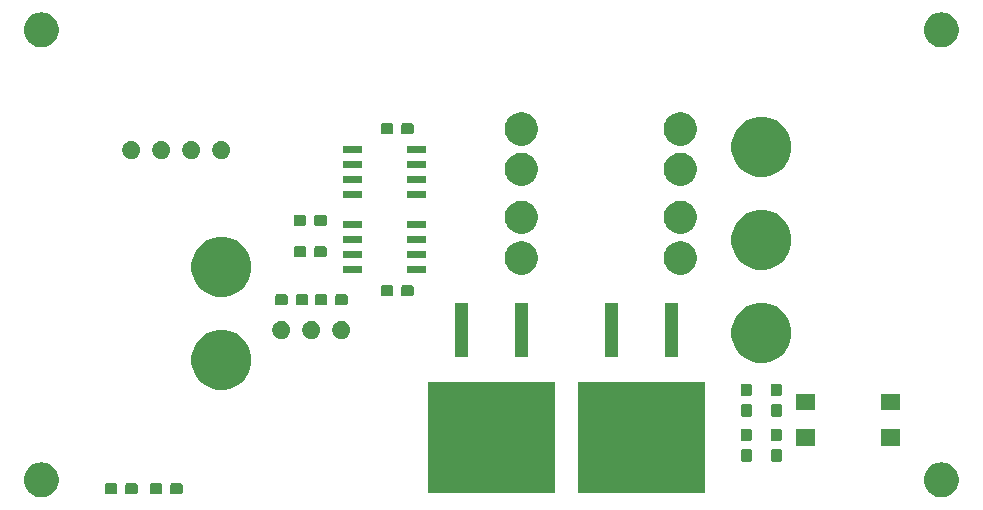
<source format=gbr>
G04 #@! TF.GenerationSoftware,KiCad,Pcbnew,(5.0.2)-1*
G04 #@! TF.CreationDate,2019-12-13T17:07:51-06:00*
G04 #@! TF.ProjectId,Arm-EStop_Hardware,41726d2d-4553-4746-9f70-5f4861726477,rev?*
G04 #@! TF.SameCoordinates,Original*
G04 #@! TF.FileFunction,Soldermask,Top*
G04 #@! TF.FilePolarity,Negative*
%FSLAX46Y46*%
G04 Gerber Fmt 4.6, Leading zero omitted, Abs format (unit mm)*
G04 Created by KiCad (PCBNEW (5.0.2)-1) date 12/13/2019 5:07:51 PM*
%MOMM*%
%LPD*%
G01*
G04 APERTURE LIST*
%ADD10C,0.100000*%
G04 APERTURE END LIST*
D10*
G36*
X218656253Y-128080953D02*
X218869717Y-128123414D01*
X219137822Y-128234467D01*
X219137823Y-128234468D01*
X219379113Y-128395693D01*
X219584307Y-128600887D01*
X219584309Y-128600890D01*
X219745533Y-128842178D01*
X219856586Y-129110283D01*
X219913200Y-129394902D01*
X219913200Y-129685098D01*
X219856586Y-129969717D01*
X219745533Y-130237822D01*
X219745532Y-130237823D01*
X219584307Y-130479113D01*
X219379113Y-130684307D01*
X219379110Y-130684309D01*
X219137822Y-130845533D01*
X218869717Y-130956586D01*
X218656253Y-130999047D01*
X218585099Y-131013200D01*
X218294901Y-131013200D01*
X218223747Y-130999047D01*
X218010283Y-130956586D01*
X217742178Y-130845533D01*
X217500890Y-130684309D01*
X217500887Y-130684307D01*
X217295693Y-130479113D01*
X217134468Y-130237823D01*
X217134467Y-130237822D01*
X217023414Y-129969717D01*
X216966800Y-129685098D01*
X216966800Y-129394902D01*
X217023414Y-129110283D01*
X217134467Y-128842178D01*
X217295691Y-128600890D01*
X217295693Y-128600887D01*
X217500887Y-128395693D01*
X217742177Y-128234468D01*
X217742178Y-128234467D01*
X218010283Y-128123414D01*
X218223747Y-128080953D01*
X218294901Y-128066800D01*
X218585099Y-128066800D01*
X218656253Y-128080953D01*
X218656253Y-128080953D01*
G37*
G36*
X142456253Y-128080953D02*
X142669717Y-128123414D01*
X142937822Y-128234467D01*
X142937823Y-128234468D01*
X143179113Y-128395693D01*
X143384307Y-128600887D01*
X143384309Y-128600890D01*
X143545533Y-128842178D01*
X143656586Y-129110283D01*
X143713200Y-129394902D01*
X143713200Y-129685098D01*
X143656586Y-129969717D01*
X143545533Y-130237822D01*
X143545532Y-130237823D01*
X143384307Y-130479113D01*
X143179113Y-130684307D01*
X143179110Y-130684309D01*
X142937822Y-130845533D01*
X142669717Y-130956586D01*
X142456253Y-130999047D01*
X142385099Y-131013200D01*
X142094901Y-131013200D01*
X142023747Y-130999047D01*
X141810283Y-130956586D01*
X141542178Y-130845533D01*
X141300890Y-130684309D01*
X141300887Y-130684307D01*
X141095693Y-130479113D01*
X140934468Y-130237823D01*
X140934467Y-130237822D01*
X140823414Y-129969717D01*
X140766800Y-129685098D01*
X140766800Y-129394902D01*
X140823414Y-129110283D01*
X140934467Y-128842178D01*
X141095691Y-128600890D01*
X141095693Y-128600887D01*
X141300887Y-128395693D01*
X141542177Y-128234468D01*
X141542178Y-128234467D01*
X141810283Y-128123414D01*
X142023747Y-128080953D01*
X142094901Y-128066800D01*
X142385099Y-128066800D01*
X142456253Y-128080953D01*
X142456253Y-128080953D01*
G37*
G36*
X154054024Y-129830955D02*
X154086736Y-129840879D01*
X154116890Y-129856997D01*
X154143316Y-129878684D01*
X154165003Y-129905110D01*
X154181121Y-129935264D01*
X154191045Y-129967976D01*
X154195000Y-130008138D01*
X154195000Y-130595862D01*
X154191045Y-130636024D01*
X154181121Y-130668736D01*
X154165003Y-130698890D01*
X154143316Y-130725316D01*
X154116890Y-130747003D01*
X154086736Y-130763121D01*
X154054024Y-130773045D01*
X154013862Y-130777000D01*
X153326138Y-130777000D01*
X153285976Y-130773045D01*
X153253264Y-130763121D01*
X153223110Y-130747003D01*
X153196684Y-130725316D01*
X153174997Y-130698890D01*
X153158879Y-130668736D01*
X153148955Y-130636024D01*
X153145000Y-130595862D01*
X153145000Y-130008138D01*
X153148955Y-129967976D01*
X153158879Y-129935264D01*
X153174997Y-129905110D01*
X153196684Y-129878684D01*
X153223110Y-129856997D01*
X153253264Y-129840879D01*
X153285976Y-129830955D01*
X153326138Y-129827000D01*
X154013862Y-129827000D01*
X154054024Y-129830955D01*
X154054024Y-129830955D01*
G37*
G36*
X148494024Y-129830955D02*
X148526736Y-129840879D01*
X148556890Y-129856997D01*
X148583316Y-129878684D01*
X148605003Y-129905110D01*
X148621121Y-129935264D01*
X148631045Y-129967976D01*
X148635000Y-130008138D01*
X148635000Y-130595862D01*
X148631045Y-130636024D01*
X148621121Y-130668736D01*
X148605003Y-130698890D01*
X148583316Y-130725316D01*
X148556890Y-130747003D01*
X148526736Y-130763121D01*
X148494024Y-130773045D01*
X148453862Y-130777000D01*
X147766138Y-130777000D01*
X147725976Y-130773045D01*
X147693264Y-130763121D01*
X147663110Y-130747003D01*
X147636684Y-130725316D01*
X147614997Y-130698890D01*
X147598879Y-130668736D01*
X147588955Y-130636024D01*
X147585000Y-130595862D01*
X147585000Y-130008138D01*
X147588955Y-129967976D01*
X147598879Y-129935264D01*
X147614997Y-129905110D01*
X147636684Y-129878684D01*
X147663110Y-129856997D01*
X147693264Y-129840879D01*
X147725976Y-129830955D01*
X147766138Y-129827000D01*
X148453862Y-129827000D01*
X148494024Y-129830955D01*
X148494024Y-129830955D01*
G37*
G36*
X150244024Y-129830955D02*
X150276736Y-129840879D01*
X150306890Y-129856997D01*
X150333316Y-129878684D01*
X150355003Y-129905110D01*
X150371121Y-129935264D01*
X150381045Y-129967976D01*
X150385000Y-130008138D01*
X150385000Y-130595862D01*
X150381045Y-130636024D01*
X150371121Y-130668736D01*
X150355003Y-130698890D01*
X150333316Y-130725316D01*
X150306890Y-130747003D01*
X150276736Y-130763121D01*
X150244024Y-130773045D01*
X150203862Y-130777000D01*
X149516138Y-130777000D01*
X149475976Y-130773045D01*
X149443264Y-130763121D01*
X149413110Y-130747003D01*
X149386684Y-130725316D01*
X149364997Y-130698890D01*
X149348879Y-130668736D01*
X149338955Y-130636024D01*
X149335000Y-130595862D01*
X149335000Y-130008138D01*
X149338955Y-129967976D01*
X149348879Y-129935264D01*
X149364997Y-129905110D01*
X149386684Y-129878684D01*
X149413110Y-129856997D01*
X149443264Y-129840879D01*
X149475976Y-129830955D01*
X149516138Y-129827000D01*
X150203862Y-129827000D01*
X150244024Y-129830955D01*
X150244024Y-129830955D01*
G37*
G36*
X152304024Y-129830955D02*
X152336736Y-129840879D01*
X152366890Y-129856997D01*
X152393316Y-129878684D01*
X152415003Y-129905110D01*
X152431121Y-129935264D01*
X152441045Y-129967976D01*
X152445000Y-130008138D01*
X152445000Y-130595862D01*
X152441045Y-130636024D01*
X152431121Y-130668736D01*
X152415003Y-130698890D01*
X152393316Y-130725316D01*
X152366890Y-130747003D01*
X152336736Y-130763121D01*
X152304024Y-130773045D01*
X152263862Y-130777000D01*
X151576138Y-130777000D01*
X151535976Y-130773045D01*
X151503264Y-130763121D01*
X151473110Y-130747003D01*
X151446684Y-130725316D01*
X151424997Y-130698890D01*
X151408879Y-130668736D01*
X151398955Y-130636024D01*
X151395000Y-130595862D01*
X151395000Y-130008138D01*
X151398955Y-129967976D01*
X151408879Y-129935264D01*
X151424997Y-129905110D01*
X151446684Y-129878684D01*
X151473110Y-129856997D01*
X151503264Y-129840879D01*
X151535976Y-129830955D01*
X151576138Y-129827000D01*
X152263862Y-129827000D01*
X152304024Y-129830955D01*
X152304024Y-129830955D01*
G37*
G36*
X185740000Y-130690000D02*
X174940000Y-130690000D01*
X174940000Y-121290000D01*
X185740000Y-121290000D01*
X185740000Y-130690000D01*
X185740000Y-130690000D01*
G37*
G36*
X198440000Y-130690000D02*
X187640000Y-130690000D01*
X187640000Y-121290000D01*
X198440000Y-121290000D01*
X198440000Y-130690000D01*
X198440000Y-130690000D01*
G37*
G36*
X202264024Y-126958955D02*
X202296736Y-126968879D01*
X202326890Y-126984997D01*
X202353316Y-127006684D01*
X202375003Y-127033110D01*
X202391121Y-127063264D01*
X202401045Y-127095976D01*
X202405000Y-127136138D01*
X202405000Y-127823862D01*
X202401045Y-127864024D01*
X202391121Y-127896736D01*
X202375003Y-127926890D01*
X202353316Y-127953316D01*
X202326890Y-127975003D01*
X202296736Y-127991121D01*
X202264024Y-128001045D01*
X202223862Y-128005000D01*
X201636138Y-128005000D01*
X201595976Y-128001045D01*
X201563264Y-127991121D01*
X201533110Y-127975003D01*
X201506684Y-127953316D01*
X201484997Y-127926890D01*
X201468879Y-127896736D01*
X201458955Y-127864024D01*
X201455000Y-127823862D01*
X201455000Y-127136138D01*
X201458955Y-127095976D01*
X201468879Y-127063264D01*
X201484997Y-127033110D01*
X201506684Y-127006684D01*
X201533110Y-126984997D01*
X201563264Y-126968879D01*
X201595976Y-126958955D01*
X201636138Y-126955000D01*
X202223862Y-126955000D01*
X202264024Y-126958955D01*
X202264024Y-126958955D01*
G37*
G36*
X204804024Y-126958955D02*
X204836736Y-126968879D01*
X204866890Y-126984997D01*
X204893316Y-127006684D01*
X204915003Y-127033110D01*
X204931121Y-127063264D01*
X204941045Y-127095976D01*
X204945000Y-127136138D01*
X204945000Y-127823862D01*
X204941045Y-127864024D01*
X204931121Y-127896736D01*
X204915003Y-127926890D01*
X204893316Y-127953316D01*
X204866890Y-127975003D01*
X204836736Y-127991121D01*
X204804024Y-128001045D01*
X204763862Y-128005000D01*
X204176138Y-128005000D01*
X204135976Y-128001045D01*
X204103264Y-127991121D01*
X204073110Y-127975003D01*
X204046684Y-127953316D01*
X204024997Y-127926890D01*
X204008879Y-127896736D01*
X203998955Y-127864024D01*
X203995000Y-127823862D01*
X203995000Y-127136138D01*
X203998955Y-127095976D01*
X204008879Y-127063264D01*
X204024997Y-127033110D01*
X204046684Y-127006684D01*
X204073110Y-126984997D01*
X204103264Y-126968879D01*
X204135976Y-126958955D01*
X204176138Y-126955000D01*
X204763862Y-126955000D01*
X204804024Y-126958955D01*
X204804024Y-126958955D01*
G37*
G36*
X207766000Y-126660000D02*
X206166000Y-126660000D01*
X206166000Y-125260000D01*
X207766000Y-125260000D01*
X207766000Y-126660000D01*
X207766000Y-126660000D01*
G37*
G36*
X214966000Y-126660000D02*
X213366000Y-126660000D01*
X213366000Y-125260000D01*
X214966000Y-125260000D01*
X214966000Y-126660000D01*
X214966000Y-126660000D01*
G37*
G36*
X202264024Y-125208955D02*
X202296736Y-125218879D01*
X202326890Y-125234997D01*
X202353316Y-125256684D01*
X202375003Y-125283110D01*
X202391121Y-125313264D01*
X202401045Y-125345976D01*
X202405000Y-125386138D01*
X202405000Y-126073862D01*
X202401045Y-126114024D01*
X202391121Y-126146736D01*
X202375003Y-126176890D01*
X202353316Y-126203316D01*
X202326890Y-126225003D01*
X202296736Y-126241121D01*
X202264024Y-126251045D01*
X202223862Y-126255000D01*
X201636138Y-126255000D01*
X201595976Y-126251045D01*
X201563264Y-126241121D01*
X201533110Y-126225003D01*
X201506684Y-126203316D01*
X201484997Y-126176890D01*
X201468879Y-126146736D01*
X201458955Y-126114024D01*
X201455000Y-126073862D01*
X201455000Y-125386138D01*
X201458955Y-125345976D01*
X201468879Y-125313264D01*
X201484997Y-125283110D01*
X201506684Y-125256684D01*
X201533110Y-125234997D01*
X201563264Y-125218879D01*
X201595976Y-125208955D01*
X201636138Y-125205000D01*
X202223862Y-125205000D01*
X202264024Y-125208955D01*
X202264024Y-125208955D01*
G37*
G36*
X204804024Y-125208955D02*
X204836736Y-125218879D01*
X204866890Y-125234997D01*
X204893316Y-125256684D01*
X204915003Y-125283110D01*
X204931121Y-125313264D01*
X204941045Y-125345976D01*
X204945000Y-125386138D01*
X204945000Y-126073862D01*
X204941045Y-126114024D01*
X204931121Y-126146736D01*
X204915003Y-126176890D01*
X204893316Y-126203316D01*
X204866890Y-126225003D01*
X204836736Y-126241121D01*
X204804024Y-126251045D01*
X204763862Y-126255000D01*
X204176138Y-126255000D01*
X204135976Y-126251045D01*
X204103264Y-126241121D01*
X204073110Y-126225003D01*
X204046684Y-126203316D01*
X204024997Y-126176890D01*
X204008879Y-126146736D01*
X203998955Y-126114024D01*
X203995000Y-126073862D01*
X203995000Y-125386138D01*
X203998955Y-125345976D01*
X204008879Y-125313264D01*
X204024997Y-125283110D01*
X204046684Y-125256684D01*
X204073110Y-125234997D01*
X204103264Y-125218879D01*
X204135976Y-125208955D01*
X204176138Y-125205000D01*
X204763862Y-125205000D01*
X204804024Y-125208955D01*
X204804024Y-125208955D01*
G37*
G36*
X204804024Y-123148955D02*
X204836736Y-123158879D01*
X204866890Y-123174997D01*
X204893316Y-123196684D01*
X204915003Y-123223110D01*
X204931121Y-123253264D01*
X204941045Y-123285976D01*
X204945000Y-123326138D01*
X204945000Y-124013862D01*
X204941045Y-124054024D01*
X204931121Y-124086736D01*
X204915003Y-124116890D01*
X204893316Y-124143316D01*
X204866890Y-124165003D01*
X204836736Y-124181121D01*
X204804024Y-124191045D01*
X204763862Y-124195000D01*
X204176138Y-124195000D01*
X204135976Y-124191045D01*
X204103264Y-124181121D01*
X204073110Y-124165003D01*
X204046684Y-124143316D01*
X204024997Y-124116890D01*
X204008879Y-124086736D01*
X203998955Y-124054024D01*
X203995000Y-124013862D01*
X203995000Y-123326138D01*
X203998955Y-123285976D01*
X204008879Y-123253264D01*
X204024997Y-123223110D01*
X204046684Y-123196684D01*
X204073110Y-123174997D01*
X204103264Y-123158879D01*
X204135976Y-123148955D01*
X204176138Y-123145000D01*
X204763862Y-123145000D01*
X204804024Y-123148955D01*
X204804024Y-123148955D01*
G37*
G36*
X202264024Y-123148955D02*
X202296736Y-123158879D01*
X202326890Y-123174997D01*
X202353316Y-123196684D01*
X202375003Y-123223110D01*
X202391121Y-123253264D01*
X202401045Y-123285976D01*
X202405000Y-123326138D01*
X202405000Y-124013862D01*
X202401045Y-124054024D01*
X202391121Y-124086736D01*
X202375003Y-124116890D01*
X202353316Y-124143316D01*
X202326890Y-124165003D01*
X202296736Y-124181121D01*
X202264024Y-124191045D01*
X202223862Y-124195000D01*
X201636138Y-124195000D01*
X201595976Y-124191045D01*
X201563264Y-124181121D01*
X201533110Y-124165003D01*
X201506684Y-124143316D01*
X201484997Y-124116890D01*
X201468879Y-124086736D01*
X201458955Y-124054024D01*
X201455000Y-124013862D01*
X201455000Y-123326138D01*
X201458955Y-123285976D01*
X201468879Y-123253264D01*
X201484997Y-123223110D01*
X201506684Y-123196684D01*
X201533110Y-123174997D01*
X201563264Y-123158879D01*
X201595976Y-123148955D01*
X201636138Y-123145000D01*
X202223862Y-123145000D01*
X202264024Y-123148955D01*
X202264024Y-123148955D01*
G37*
G36*
X207766000Y-123660000D02*
X206166000Y-123660000D01*
X206166000Y-122260000D01*
X207766000Y-122260000D01*
X207766000Y-123660000D01*
X207766000Y-123660000D01*
G37*
G36*
X214966000Y-123660000D02*
X213366000Y-123660000D01*
X213366000Y-122260000D01*
X214966000Y-122260000D01*
X214966000Y-123660000D01*
X214966000Y-123660000D01*
G37*
G36*
X204804024Y-121398955D02*
X204836736Y-121408879D01*
X204866890Y-121424997D01*
X204893316Y-121446684D01*
X204915003Y-121473110D01*
X204931121Y-121503264D01*
X204941045Y-121535976D01*
X204945000Y-121576138D01*
X204945000Y-122263862D01*
X204941045Y-122304024D01*
X204931121Y-122336736D01*
X204915003Y-122366890D01*
X204893316Y-122393316D01*
X204866890Y-122415003D01*
X204836736Y-122431121D01*
X204804024Y-122441045D01*
X204763862Y-122445000D01*
X204176138Y-122445000D01*
X204135976Y-122441045D01*
X204103264Y-122431121D01*
X204073110Y-122415003D01*
X204046684Y-122393316D01*
X204024997Y-122366890D01*
X204008879Y-122336736D01*
X203998955Y-122304024D01*
X203995000Y-122263862D01*
X203995000Y-121576138D01*
X203998955Y-121535976D01*
X204008879Y-121503264D01*
X204024997Y-121473110D01*
X204046684Y-121446684D01*
X204073110Y-121424997D01*
X204103264Y-121408879D01*
X204135976Y-121398955D01*
X204176138Y-121395000D01*
X204763862Y-121395000D01*
X204804024Y-121398955D01*
X204804024Y-121398955D01*
G37*
G36*
X202264024Y-121398955D02*
X202296736Y-121408879D01*
X202326890Y-121424997D01*
X202353316Y-121446684D01*
X202375003Y-121473110D01*
X202391121Y-121503264D01*
X202401045Y-121535976D01*
X202405000Y-121576138D01*
X202405000Y-122263862D01*
X202401045Y-122304024D01*
X202391121Y-122336736D01*
X202375003Y-122366890D01*
X202353316Y-122393316D01*
X202326890Y-122415003D01*
X202296736Y-122431121D01*
X202264024Y-122441045D01*
X202223862Y-122445000D01*
X201636138Y-122445000D01*
X201595976Y-122441045D01*
X201563264Y-122431121D01*
X201533110Y-122415003D01*
X201506684Y-122393316D01*
X201484997Y-122366890D01*
X201468879Y-122336736D01*
X201458955Y-122304024D01*
X201455000Y-122263862D01*
X201455000Y-121576138D01*
X201458955Y-121535976D01*
X201468879Y-121503264D01*
X201484997Y-121473110D01*
X201506684Y-121446684D01*
X201533110Y-121424997D01*
X201563264Y-121408879D01*
X201595976Y-121398955D01*
X201636138Y-121395000D01*
X202223862Y-121395000D01*
X202264024Y-121398955D01*
X202264024Y-121398955D01*
G37*
G36*
X158220890Y-116937610D02*
X158683140Y-117129080D01*
X159099159Y-117407055D01*
X159452945Y-117760841D01*
X159730920Y-118176860D01*
X159922390Y-118639110D01*
X160020000Y-119129830D01*
X160020000Y-119630170D01*
X159922390Y-120120890D01*
X159730920Y-120583140D01*
X159452945Y-120999159D01*
X159099159Y-121352945D01*
X158683140Y-121630920D01*
X158220890Y-121822390D01*
X157730170Y-121920000D01*
X157229830Y-121920000D01*
X156739110Y-121822390D01*
X156276860Y-121630920D01*
X155860841Y-121352945D01*
X155507055Y-120999159D01*
X155229080Y-120583140D01*
X155037610Y-120120890D01*
X154940000Y-119630170D01*
X154940000Y-119129830D01*
X155037610Y-118639110D01*
X155229080Y-118176860D01*
X155507055Y-117760841D01*
X155860841Y-117407055D01*
X156276860Y-117129080D01*
X156739110Y-116937610D01*
X157229830Y-116840000D01*
X157730170Y-116840000D01*
X158220890Y-116937610D01*
X158220890Y-116937610D01*
G37*
G36*
X203940890Y-114651610D02*
X204403140Y-114843080D01*
X204819159Y-115121055D01*
X205172945Y-115474841D01*
X205450920Y-115890860D01*
X205642390Y-116353110D01*
X205740000Y-116843830D01*
X205740000Y-117344170D01*
X205642390Y-117834890D01*
X205450920Y-118297140D01*
X205172945Y-118713159D01*
X204819159Y-119066945D01*
X204403140Y-119344920D01*
X203940890Y-119536390D01*
X203450170Y-119634000D01*
X202949830Y-119634000D01*
X202459110Y-119536390D01*
X201996860Y-119344920D01*
X201580841Y-119066945D01*
X201227055Y-118713159D01*
X200949080Y-118297140D01*
X200757610Y-117834890D01*
X200660000Y-117344170D01*
X200660000Y-116843830D01*
X200757610Y-116353110D01*
X200949080Y-115890860D01*
X201227055Y-115474841D01*
X201580841Y-115121055D01*
X201996860Y-114843080D01*
X202459110Y-114651610D01*
X202949830Y-114554000D01*
X203450170Y-114554000D01*
X203940890Y-114651610D01*
X203940890Y-114651610D01*
G37*
G36*
X183430000Y-119140000D02*
X182330000Y-119140000D01*
X182330000Y-114540000D01*
X183430000Y-114540000D01*
X183430000Y-119140000D01*
X183430000Y-119140000D01*
G37*
G36*
X191050000Y-119140000D02*
X189950000Y-119140000D01*
X189950000Y-114540000D01*
X191050000Y-114540000D01*
X191050000Y-119140000D01*
X191050000Y-119140000D01*
G37*
G36*
X178350000Y-119140000D02*
X177250000Y-119140000D01*
X177250000Y-114540000D01*
X178350000Y-114540000D01*
X178350000Y-119140000D01*
X178350000Y-119140000D01*
G37*
G36*
X196130000Y-119140000D02*
X195030000Y-119140000D01*
X195030000Y-114540000D01*
X196130000Y-114540000D01*
X196130000Y-119140000D01*
X196130000Y-119140000D01*
G37*
G36*
X167813195Y-116097522D02*
X167862267Y-116107283D01*
X168000942Y-116164724D01*
X168125750Y-116248118D01*
X168231882Y-116354250D01*
X168315276Y-116479058D01*
X168372717Y-116617734D01*
X168402000Y-116764948D01*
X168402000Y-116915052D01*
X168372717Y-117062266D01*
X168315276Y-117200942D01*
X168231882Y-117325750D01*
X168125750Y-117431882D01*
X168125747Y-117431884D01*
X168000942Y-117515276D01*
X167862267Y-117572717D01*
X167813195Y-117582478D01*
X167715052Y-117602000D01*
X167564948Y-117602000D01*
X167466805Y-117582478D01*
X167417733Y-117572717D01*
X167279058Y-117515276D01*
X167154253Y-117431884D01*
X167154250Y-117431882D01*
X167048118Y-117325750D01*
X166964724Y-117200942D01*
X166907283Y-117062266D01*
X166878000Y-116915052D01*
X166878000Y-116764948D01*
X166907283Y-116617734D01*
X166964724Y-116479058D01*
X167048118Y-116354250D01*
X167154250Y-116248118D01*
X167279058Y-116164724D01*
X167417733Y-116107283D01*
X167466805Y-116097522D01*
X167564948Y-116078000D01*
X167715052Y-116078000D01*
X167813195Y-116097522D01*
X167813195Y-116097522D01*
G37*
G36*
X162733195Y-116097522D02*
X162782267Y-116107283D01*
X162920942Y-116164724D01*
X163045750Y-116248118D01*
X163151882Y-116354250D01*
X163235276Y-116479058D01*
X163292717Y-116617734D01*
X163322000Y-116764948D01*
X163322000Y-116915052D01*
X163292717Y-117062266D01*
X163235276Y-117200942D01*
X163151882Y-117325750D01*
X163045750Y-117431882D01*
X163045747Y-117431884D01*
X162920942Y-117515276D01*
X162782267Y-117572717D01*
X162733195Y-117582478D01*
X162635052Y-117602000D01*
X162484948Y-117602000D01*
X162386805Y-117582478D01*
X162337733Y-117572717D01*
X162199058Y-117515276D01*
X162074253Y-117431884D01*
X162074250Y-117431882D01*
X161968118Y-117325750D01*
X161884724Y-117200942D01*
X161827283Y-117062266D01*
X161798000Y-116915052D01*
X161798000Y-116764948D01*
X161827283Y-116617734D01*
X161884724Y-116479058D01*
X161968118Y-116354250D01*
X162074250Y-116248118D01*
X162199058Y-116164724D01*
X162337733Y-116107283D01*
X162386805Y-116097522D01*
X162484948Y-116078000D01*
X162635052Y-116078000D01*
X162733195Y-116097522D01*
X162733195Y-116097522D01*
G37*
G36*
X165273195Y-116097522D02*
X165322267Y-116107283D01*
X165460942Y-116164724D01*
X165585750Y-116248118D01*
X165691882Y-116354250D01*
X165775276Y-116479058D01*
X165832717Y-116617734D01*
X165862000Y-116764948D01*
X165862000Y-116915052D01*
X165832717Y-117062266D01*
X165775276Y-117200942D01*
X165691882Y-117325750D01*
X165585750Y-117431882D01*
X165585747Y-117431884D01*
X165460942Y-117515276D01*
X165322267Y-117572717D01*
X165273195Y-117582478D01*
X165175052Y-117602000D01*
X165024948Y-117602000D01*
X164926805Y-117582478D01*
X164877733Y-117572717D01*
X164739058Y-117515276D01*
X164614253Y-117431884D01*
X164614250Y-117431882D01*
X164508118Y-117325750D01*
X164424724Y-117200942D01*
X164367283Y-117062266D01*
X164338000Y-116915052D01*
X164338000Y-116764948D01*
X164367283Y-116617734D01*
X164424724Y-116479058D01*
X164508118Y-116354250D01*
X164614250Y-116248118D01*
X164739058Y-116164724D01*
X164877733Y-116107283D01*
X164926805Y-116097522D01*
X165024948Y-116078000D01*
X165175052Y-116078000D01*
X165273195Y-116097522D01*
X165273195Y-116097522D01*
G37*
G36*
X162944024Y-113828955D02*
X162976736Y-113838879D01*
X163006890Y-113854997D01*
X163033316Y-113876684D01*
X163055003Y-113903110D01*
X163071121Y-113933264D01*
X163081045Y-113965976D01*
X163085000Y-114006138D01*
X163085000Y-114593862D01*
X163081045Y-114634024D01*
X163071121Y-114666736D01*
X163055003Y-114696890D01*
X163033316Y-114723316D01*
X163006890Y-114745003D01*
X162976736Y-114761121D01*
X162944024Y-114771045D01*
X162903862Y-114775000D01*
X162216138Y-114775000D01*
X162175976Y-114771045D01*
X162143264Y-114761121D01*
X162113110Y-114745003D01*
X162086684Y-114723316D01*
X162064997Y-114696890D01*
X162048879Y-114666736D01*
X162038955Y-114634024D01*
X162035000Y-114593862D01*
X162035000Y-114006138D01*
X162038955Y-113965976D01*
X162048879Y-113933264D01*
X162064997Y-113903110D01*
X162086684Y-113876684D01*
X162113110Y-113854997D01*
X162143264Y-113838879D01*
X162175976Y-113828955D01*
X162216138Y-113825000D01*
X162903862Y-113825000D01*
X162944024Y-113828955D01*
X162944024Y-113828955D01*
G37*
G36*
X164694024Y-113828955D02*
X164726736Y-113838879D01*
X164756890Y-113854997D01*
X164783316Y-113876684D01*
X164805003Y-113903110D01*
X164821121Y-113933264D01*
X164831045Y-113965976D01*
X164835000Y-114006138D01*
X164835000Y-114593862D01*
X164831045Y-114634024D01*
X164821121Y-114666736D01*
X164805003Y-114696890D01*
X164783316Y-114723316D01*
X164756890Y-114745003D01*
X164726736Y-114761121D01*
X164694024Y-114771045D01*
X164653862Y-114775000D01*
X163966138Y-114775000D01*
X163925976Y-114771045D01*
X163893264Y-114761121D01*
X163863110Y-114745003D01*
X163836684Y-114723316D01*
X163814997Y-114696890D01*
X163798879Y-114666736D01*
X163788955Y-114634024D01*
X163785000Y-114593862D01*
X163785000Y-114006138D01*
X163788955Y-113965976D01*
X163798879Y-113933264D01*
X163814997Y-113903110D01*
X163836684Y-113876684D01*
X163863110Y-113854997D01*
X163893264Y-113838879D01*
X163925976Y-113828955D01*
X163966138Y-113825000D01*
X164653862Y-113825000D01*
X164694024Y-113828955D01*
X164694024Y-113828955D01*
G37*
G36*
X166274024Y-113828955D02*
X166306736Y-113838879D01*
X166336890Y-113854997D01*
X166363316Y-113876684D01*
X166385003Y-113903110D01*
X166401121Y-113933264D01*
X166411045Y-113965976D01*
X166415000Y-114006138D01*
X166415000Y-114593862D01*
X166411045Y-114634024D01*
X166401121Y-114666736D01*
X166385003Y-114696890D01*
X166363316Y-114723316D01*
X166336890Y-114745003D01*
X166306736Y-114761121D01*
X166274024Y-114771045D01*
X166233862Y-114775000D01*
X165546138Y-114775000D01*
X165505976Y-114771045D01*
X165473264Y-114761121D01*
X165443110Y-114745003D01*
X165416684Y-114723316D01*
X165394997Y-114696890D01*
X165378879Y-114666736D01*
X165368955Y-114634024D01*
X165365000Y-114593862D01*
X165365000Y-114006138D01*
X165368955Y-113965976D01*
X165378879Y-113933264D01*
X165394997Y-113903110D01*
X165416684Y-113876684D01*
X165443110Y-113854997D01*
X165473264Y-113838879D01*
X165505976Y-113828955D01*
X165546138Y-113825000D01*
X166233862Y-113825000D01*
X166274024Y-113828955D01*
X166274024Y-113828955D01*
G37*
G36*
X168024024Y-113828955D02*
X168056736Y-113838879D01*
X168086890Y-113854997D01*
X168113316Y-113876684D01*
X168135003Y-113903110D01*
X168151121Y-113933264D01*
X168161045Y-113965976D01*
X168165000Y-114006138D01*
X168165000Y-114593862D01*
X168161045Y-114634024D01*
X168151121Y-114666736D01*
X168135003Y-114696890D01*
X168113316Y-114723316D01*
X168086890Y-114745003D01*
X168056736Y-114761121D01*
X168024024Y-114771045D01*
X167983862Y-114775000D01*
X167296138Y-114775000D01*
X167255976Y-114771045D01*
X167223264Y-114761121D01*
X167193110Y-114745003D01*
X167166684Y-114723316D01*
X167144997Y-114696890D01*
X167128879Y-114666736D01*
X167118955Y-114634024D01*
X167115000Y-114593862D01*
X167115000Y-114006138D01*
X167118955Y-113965976D01*
X167128879Y-113933264D01*
X167144997Y-113903110D01*
X167166684Y-113876684D01*
X167193110Y-113854997D01*
X167223264Y-113838879D01*
X167255976Y-113828955D01*
X167296138Y-113825000D01*
X167983862Y-113825000D01*
X168024024Y-113828955D01*
X168024024Y-113828955D01*
G37*
G36*
X158220890Y-109063610D02*
X158683140Y-109255080D01*
X159099159Y-109533055D01*
X159452945Y-109886841D01*
X159730920Y-110302860D01*
X159922390Y-110765110D01*
X160020000Y-111255830D01*
X160020000Y-111756170D01*
X159922390Y-112246890D01*
X159730920Y-112709140D01*
X159452945Y-113125159D01*
X159099159Y-113478945D01*
X158683140Y-113756920D01*
X158220890Y-113948390D01*
X157730170Y-114046000D01*
X157229830Y-114046000D01*
X156739110Y-113948390D01*
X156276860Y-113756920D01*
X155860841Y-113478945D01*
X155507055Y-113125159D01*
X155229080Y-112709140D01*
X155037610Y-112246890D01*
X154940000Y-111756170D01*
X154940000Y-111255830D01*
X155037610Y-110765110D01*
X155229080Y-110302860D01*
X155507055Y-109886841D01*
X155860841Y-109533055D01*
X156276860Y-109255080D01*
X156739110Y-109063610D01*
X157229830Y-108966000D01*
X157730170Y-108966000D01*
X158220890Y-109063610D01*
X158220890Y-109063610D01*
G37*
G36*
X173612024Y-113066955D02*
X173644736Y-113076879D01*
X173674890Y-113092997D01*
X173701316Y-113114684D01*
X173723003Y-113141110D01*
X173739121Y-113171264D01*
X173749045Y-113203976D01*
X173753000Y-113244138D01*
X173753000Y-113831862D01*
X173749045Y-113872024D01*
X173739121Y-113904736D01*
X173723003Y-113934890D01*
X173701316Y-113961316D01*
X173674890Y-113983003D01*
X173644736Y-113999121D01*
X173612024Y-114009045D01*
X173571862Y-114013000D01*
X172884138Y-114013000D01*
X172843976Y-114009045D01*
X172811264Y-113999121D01*
X172781110Y-113983003D01*
X172754684Y-113961316D01*
X172732997Y-113934890D01*
X172716879Y-113904736D01*
X172706955Y-113872024D01*
X172703000Y-113831862D01*
X172703000Y-113244138D01*
X172706955Y-113203976D01*
X172716879Y-113171264D01*
X172732997Y-113141110D01*
X172754684Y-113114684D01*
X172781110Y-113092997D01*
X172811264Y-113076879D01*
X172843976Y-113066955D01*
X172884138Y-113063000D01*
X173571862Y-113063000D01*
X173612024Y-113066955D01*
X173612024Y-113066955D01*
G37*
G36*
X171862024Y-113066955D02*
X171894736Y-113076879D01*
X171924890Y-113092997D01*
X171951316Y-113114684D01*
X171973003Y-113141110D01*
X171989121Y-113171264D01*
X171999045Y-113203976D01*
X172003000Y-113244138D01*
X172003000Y-113831862D01*
X171999045Y-113872024D01*
X171989121Y-113904736D01*
X171973003Y-113934890D01*
X171951316Y-113961316D01*
X171924890Y-113983003D01*
X171894736Y-113999121D01*
X171862024Y-114009045D01*
X171821862Y-114013000D01*
X171134138Y-114013000D01*
X171093976Y-114009045D01*
X171061264Y-113999121D01*
X171031110Y-113983003D01*
X171004684Y-113961316D01*
X170982997Y-113934890D01*
X170966879Y-113904736D01*
X170956955Y-113872024D01*
X170953000Y-113831862D01*
X170953000Y-113244138D01*
X170956955Y-113203976D01*
X170966879Y-113171264D01*
X170982997Y-113141110D01*
X171004684Y-113114684D01*
X171031110Y-113092997D01*
X171061264Y-113076879D01*
X171093976Y-113066955D01*
X171134138Y-113063000D01*
X171821862Y-113063000D01*
X171862024Y-113066955D01*
X171862024Y-113066955D01*
G37*
G36*
X196753193Y-109388473D02*
X197009744Y-109494740D01*
X197240634Y-109649016D01*
X197436984Y-109845366D01*
X197591260Y-110076256D01*
X197697527Y-110332807D01*
X197751700Y-110605155D01*
X197751700Y-110882845D01*
X197697527Y-111155193D01*
X197591260Y-111411744D01*
X197436984Y-111642634D01*
X197240634Y-111838984D01*
X197009744Y-111993260D01*
X196753193Y-112099527D01*
X196480845Y-112153700D01*
X196203155Y-112153700D01*
X195930807Y-112099527D01*
X195674256Y-111993260D01*
X195443366Y-111838984D01*
X195247016Y-111642634D01*
X195092740Y-111411744D01*
X194986473Y-111155193D01*
X194932300Y-110882845D01*
X194932300Y-110605155D01*
X194986473Y-110332807D01*
X195092740Y-110076256D01*
X195247016Y-109845366D01*
X195443366Y-109649016D01*
X195674256Y-109494740D01*
X195930807Y-109388473D01*
X196203155Y-109334300D01*
X196480845Y-109334300D01*
X196753193Y-109388473D01*
X196753193Y-109388473D01*
G37*
G36*
X183291193Y-109388473D02*
X183547744Y-109494740D01*
X183778634Y-109649016D01*
X183974984Y-109845366D01*
X184129260Y-110076256D01*
X184235527Y-110332807D01*
X184289700Y-110605155D01*
X184289700Y-110882845D01*
X184235527Y-111155193D01*
X184129260Y-111411744D01*
X183974984Y-111642634D01*
X183778634Y-111838984D01*
X183547744Y-111993260D01*
X183291193Y-112099527D01*
X183018845Y-112153700D01*
X182741155Y-112153700D01*
X182468807Y-112099527D01*
X182212256Y-111993260D01*
X181981366Y-111838984D01*
X181785016Y-111642634D01*
X181630740Y-111411744D01*
X181524473Y-111155193D01*
X181470300Y-110882845D01*
X181470300Y-110605155D01*
X181524473Y-110332807D01*
X181630740Y-110076256D01*
X181785016Y-109845366D01*
X181981366Y-109649016D01*
X182212256Y-109494740D01*
X182468807Y-109388473D01*
X182741155Y-109334300D01*
X183018845Y-109334300D01*
X183291193Y-109388473D01*
X183291193Y-109388473D01*
G37*
G36*
X169365000Y-112060000D02*
X167815000Y-112060000D01*
X167815000Y-111460000D01*
X169365000Y-111460000D01*
X169365000Y-112060000D01*
X169365000Y-112060000D01*
G37*
G36*
X174765000Y-112060000D02*
X173215000Y-112060000D01*
X173215000Y-111460000D01*
X174765000Y-111460000D01*
X174765000Y-112060000D01*
X174765000Y-112060000D01*
G37*
G36*
X203940890Y-106777610D02*
X204403140Y-106969080D01*
X204819159Y-107247055D01*
X205172945Y-107600841D01*
X205450920Y-108016860D01*
X205642390Y-108479110D01*
X205740000Y-108969830D01*
X205740000Y-109470170D01*
X205642390Y-109960890D01*
X205450920Y-110423140D01*
X205172945Y-110839159D01*
X204819159Y-111192945D01*
X204403140Y-111470920D01*
X203940890Y-111662390D01*
X203450170Y-111760000D01*
X202949830Y-111760000D01*
X202459110Y-111662390D01*
X201996860Y-111470920D01*
X201580841Y-111192945D01*
X201227055Y-110839159D01*
X200949080Y-110423140D01*
X200757610Y-109960890D01*
X200660000Y-109470170D01*
X200660000Y-108969830D01*
X200757610Y-108479110D01*
X200949080Y-108016860D01*
X201227055Y-107600841D01*
X201580841Y-107247055D01*
X201996860Y-106969080D01*
X202459110Y-106777610D01*
X202949830Y-106680000D01*
X203450170Y-106680000D01*
X203940890Y-106777610D01*
X203940890Y-106777610D01*
G37*
G36*
X174765000Y-110790000D02*
X173215000Y-110790000D01*
X173215000Y-110190000D01*
X174765000Y-110190000D01*
X174765000Y-110790000D01*
X174765000Y-110790000D01*
G37*
G36*
X169365000Y-110790000D02*
X167815000Y-110790000D01*
X167815000Y-110190000D01*
X169365000Y-110190000D01*
X169365000Y-110790000D01*
X169365000Y-110790000D01*
G37*
G36*
X164496024Y-109764955D02*
X164528736Y-109774879D01*
X164558890Y-109790997D01*
X164585316Y-109812684D01*
X164607003Y-109839110D01*
X164623121Y-109869264D01*
X164633045Y-109901976D01*
X164637000Y-109942138D01*
X164637000Y-110529862D01*
X164633045Y-110570024D01*
X164623121Y-110602736D01*
X164607003Y-110632890D01*
X164585316Y-110659316D01*
X164558890Y-110681003D01*
X164528736Y-110697121D01*
X164496024Y-110707045D01*
X164455862Y-110711000D01*
X163768138Y-110711000D01*
X163727976Y-110707045D01*
X163695264Y-110697121D01*
X163665110Y-110681003D01*
X163638684Y-110659316D01*
X163616997Y-110632890D01*
X163600879Y-110602736D01*
X163590955Y-110570024D01*
X163587000Y-110529862D01*
X163587000Y-109942138D01*
X163590955Y-109901976D01*
X163600879Y-109869264D01*
X163616997Y-109839110D01*
X163638684Y-109812684D01*
X163665110Y-109790997D01*
X163695264Y-109774879D01*
X163727976Y-109764955D01*
X163768138Y-109761000D01*
X164455862Y-109761000D01*
X164496024Y-109764955D01*
X164496024Y-109764955D01*
G37*
G36*
X166246024Y-109764955D02*
X166278736Y-109774879D01*
X166308890Y-109790997D01*
X166335316Y-109812684D01*
X166357003Y-109839110D01*
X166373121Y-109869264D01*
X166383045Y-109901976D01*
X166387000Y-109942138D01*
X166387000Y-110529862D01*
X166383045Y-110570024D01*
X166373121Y-110602736D01*
X166357003Y-110632890D01*
X166335316Y-110659316D01*
X166308890Y-110681003D01*
X166278736Y-110697121D01*
X166246024Y-110707045D01*
X166205862Y-110711000D01*
X165518138Y-110711000D01*
X165477976Y-110707045D01*
X165445264Y-110697121D01*
X165415110Y-110681003D01*
X165388684Y-110659316D01*
X165366997Y-110632890D01*
X165350879Y-110602736D01*
X165340955Y-110570024D01*
X165337000Y-110529862D01*
X165337000Y-109942138D01*
X165340955Y-109901976D01*
X165350879Y-109869264D01*
X165366997Y-109839110D01*
X165388684Y-109812684D01*
X165415110Y-109790997D01*
X165445264Y-109774879D01*
X165477976Y-109764955D01*
X165518138Y-109761000D01*
X166205862Y-109761000D01*
X166246024Y-109764955D01*
X166246024Y-109764955D01*
G37*
G36*
X174765000Y-109520000D02*
X173215000Y-109520000D01*
X173215000Y-108920000D01*
X174765000Y-108920000D01*
X174765000Y-109520000D01*
X174765000Y-109520000D01*
G37*
G36*
X169365000Y-109520000D02*
X167815000Y-109520000D01*
X167815000Y-108920000D01*
X169365000Y-108920000D01*
X169365000Y-109520000D01*
X169365000Y-109520000D01*
G37*
G36*
X196753193Y-105959473D02*
X197009744Y-106065740D01*
X197240634Y-106220016D01*
X197436984Y-106416366D01*
X197591260Y-106647256D01*
X197697527Y-106903807D01*
X197751700Y-107176155D01*
X197751700Y-107453845D01*
X197697527Y-107726193D01*
X197591260Y-107982744D01*
X197436984Y-108213634D01*
X197240634Y-108409984D01*
X197009744Y-108564260D01*
X196753193Y-108670527D01*
X196480845Y-108724700D01*
X196203155Y-108724700D01*
X195930807Y-108670527D01*
X195674256Y-108564260D01*
X195443366Y-108409984D01*
X195247016Y-108213634D01*
X195092740Y-107982744D01*
X194986473Y-107726193D01*
X194932300Y-107453845D01*
X194932300Y-107176155D01*
X194986473Y-106903807D01*
X195092740Y-106647256D01*
X195247016Y-106416366D01*
X195443366Y-106220016D01*
X195674256Y-106065740D01*
X195930807Y-105959473D01*
X196203155Y-105905300D01*
X196480845Y-105905300D01*
X196753193Y-105959473D01*
X196753193Y-105959473D01*
G37*
G36*
X183291193Y-105959473D02*
X183547744Y-106065740D01*
X183778634Y-106220016D01*
X183974984Y-106416366D01*
X184129260Y-106647256D01*
X184235527Y-106903807D01*
X184289700Y-107176155D01*
X184289700Y-107453845D01*
X184235527Y-107726193D01*
X184129260Y-107982744D01*
X183974984Y-108213634D01*
X183778634Y-108409984D01*
X183547744Y-108564260D01*
X183291193Y-108670527D01*
X183018845Y-108724700D01*
X182741155Y-108724700D01*
X182468807Y-108670527D01*
X182212256Y-108564260D01*
X181981366Y-108409984D01*
X181785016Y-108213634D01*
X181630740Y-107982744D01*
X181524473Y-107726193D01*
X181470300Y-107453845D01*
X181470300Y-107176155D01*
X181524473Y-106903807D01*
X181630740Y-106647256D01*
X181785016Y-106416366D01*
X181981366Y-106220016D01*
X182212256Y-106065740D01*
X182468807Y-105959473D01*
X182741155Y-105905300D01*
X183018845Y-105905300D01*
X183291193Y-105959473D01*
X183291193Y-105959473D01*
G37*
G36*
X174765000Y-108250000D02*
X173215000Y-108250000D01*
X173215000Y-107650000D01*
X174765000Y-107650000D01*
X174765000Y-108250000D01*
X174765000Y-108250000D01*
G37*
G36*
X169365000Y-108250000D02*
X167815000Y-108250000D01*
X167815000Y-107650000D01*
X169365000Y-107650000D01*
X169365000Y-108250000D01*
X169365000Y-108250000D01*
G37*
G36*
X166246024Y-107097955D02*
X166278736Y-107107879D01*
X166308890Y-107123997D01*
X166335316Y-107145684D01*
X166357003Y-107172110D01*
X166373121Y-107202264D01*
X166383045Y-107234976D01*
X166387000Y-107275138D01*
X166387000Y-107862862D01*
X166383045Y-107903024D01*
X166373121Y-107935736D01*
X166357003Y-107965890D01*
X166335316Y-107992316D01*
X166308890Y-108014003D01*
X166278736Y-108030121D01*
X166246024Y-108040045D01*
X166205862Y-108044000D01*
X165518138Y-108044000D01*
X165477976Y-108040045D01*
X165445264Y-108030121D01*
X165415110Y-108014003D01*
X165388684Y-107992316D01*
X165366997Y-107965890D01*
X165350879Y-107935736D01*
X165340955Y-107903024D01*
X165337000Y-107862862D01*
X165337000Y-107275138D01*
X165340955Y-107234976D01*
X165350879Y-107202264D01*
X165366997Y-107172110D01*
X165388684Y-107145684D01*
X165415110Y-107123997D01*
X165445264Y-107107879D01*
X165477976Y-107097955D01*
X165518138Y-107094000D01*
X166205862Y-107094000D01*
X166246024Y-107097955D01*
X166246024Y-107097955D01*
G37*
G36*
X164496024Y-107097955D02*
X164528736Y-107107879D01*
X164558890Y-107123997D01*
X164585316Y-107145684D01*
X164607003Y-107172110D01*
X164623121Y-107202264D01*
X164633045Y-107234976D01*
X164637000Y-107275138D01*
X164637000Y-107862862D01*
X164633045Y-107903024D01*
X164623121Y-107935736D01*
X164607003Y-107965890D01*
X164585316Y-107992316D01*
X164558890Y-108014003D01*
X164528736Y-108030121D01*
X164496024Y-108040045D01*
X164455862Y-108044000D01*
X163768138Y-108044000D01*
X163727976Y-108040045D01*
X163695264Y-108030121D01*
X163665110Y-108014003D01*
X163638684Y-107992316D01*
X163616997Y-107965890D01*
X163600879Y-107935736D01*
X163590955Y-107903024D01*
X163587000Y-107862862D01*
X163587000Y-107275138D01*
X163590955Y-107234976D01*
X163600879Y-107202264D01*
X163616997Y-107172110D01*
X163638684Y-107145684D01*
X163665110Y-107123997D01*
X163695264Y-107107879D01*
X163727976Y-107097955D01*
X163768138Y-107094000D01*
X164455862Y-107094000D01*
X164496024Y-107097955D01*
X164496024Y-107097955D01*
G37*
G36*
X174765000Y-105710000D02*
X173215000Y-105710000D01*
X173215000Y-105110000D01*
X174765000Y-105110000D01*
X174765000Y-105710000D01*
X174765000Y-105710000D01*
G37*
G36*
X169365000Y-105710000D02*
X167815000Y-105710000D01*
X167815000Y-105110000D01*
X169365000Y-105110000D01*
X169365000Y-105710000D01*
X169365000Y-105710000D01*
G37*
G36*
X196753193Y-101895473D02*
X197009744Y-102001740D01*
X197240634Y-102156016D01*
X197436984Y-102352366D01*
X197591260Y-102583256D01*
X197697527Y-102839807D01*
X197751700Y-103112155D01*
X197751700Y-103389845D01*
X197697527Y-103662193D01*
X197591260Y-103918744D01*
X197436984Y-104149634D01*
X197240634Y-104345984D01*
X197009744Y-104500260D01*
X196753193Y-104606527D01*
X196480845Y-104660700D01*
X196203155Y-104660700D01*
X195930807Y-104606527D01*
X195674256Y-104500260D01*
X195443366Y-104345984D01*
X195247016Y-104149634D01*
X195092740Y-103918744D01*
X194986473Y-103662193D01*
X194932300Y-103389845D01*
X194932300Y-103112155D01*
X194986473Y-102839807D01*
X195092740Y-102583256D01*
X195247016Y-102352366D01*
X195443366Y-102156016D01*
X195674256Y-102001740D01*
X195930807Y-101895473D01*
X196203155Y-101841300D01*
X196480845Y-101841300D01*
X196753193Y-101895473D01*
X196753193Y-101895473D01*
G37*
G36*
X183291193Y-101895473D02*
X183547744Y-102001740D01*
X183778634Y-102156016D01*
X183974984Y-102352366D01*
X184129260Y-102583256D01*
X184235527Y-102839807D01*
X184289700Y-103112155D01*
X184289700Y-103389845D01*
X184235527Y-103662193D01*
X184129260Y-103918744D01*
X183974984Y-104149634D01*
X183778634Y-104345984D01*
X183547744Y-104500260D01*
X183291193Y-104606527D01*
X183018845Y-104660700D01*
X182741155Y-104660700D01*
X182468807Y-104606527D01*
X182212256Y-104500260D01*
X181981366Y-104345984D01*
X181785016Y-104149634D01*
X181630740Y-103918744D01*
X181524473Y-103662193D01*
X181470300Y-103389845D01*
X181470300Y-103112155D01*
X181524473Y-102839807D01*
X181630740Y-102583256D01*
X181785016Y-102352366D01*
X181981366Y-102156016D01*
X182212256Y-102001740D01*
X182468807Y-101895473D01*
X182741155Y-101841300D01*
X183018845Y-101841300D01*
X183291193Y-101895473D01*
X183291193Y-101895473D01*
G37*
G36*
X174765000Y-104440000D02*
X173215000Y-104440000D01*
X173215000Y-103840000D01*
X174765000Y-103840000D01*
X174765000Y-104440000D01*
X174765000Y-104440000D01*
G37*
G36*
X169365000Y-104440000D02*
X167815000Y-104440000D01*
X167815000Y-103840000D01*
X169365000Y-103840000D01*
X169365000Y-104440000D01*
X169365000Y-104440000D01*
G37*
G36*
X203940890Y-98903610D02*
X204403140Y-99095080D01*
X204819159Y-99373055D01*
X205172945Y-99726841D01*
X205450920Y-100142860D01*
X205642390Y-100605110D01*
X205740000Y-101095830D01*
X205740000Y-101596170D01*
X205642390Y-102086890D01*
X205450920Y-102549140D01*
X205172945Y-102965159D01*
X204819159Y-103318945D01*
X204403140Y-103596920D01*
X203940890Y-103788390D01*
X203450170Y-103886000D01*
X202949830Y-103886000D01*
X202459110Y-103788390D01*
X201996860Y-103596920D01*
X201580841Y-103318945D01*
X201227055Y-102965159D01*
X200949080Y-102549140D01*
X200757610Y-102086890D01*
X200660000Y-101596170D01*
X200660000Y-101095830D01*
X200757610Y-100605110D01*
X200949080Y-100142860D01*
X201227055Y-99726841D01*
X201580841Y-99373055D01*
X201996860Y-99095080D01*
X202459110Y-98903610D01*
X202949830Y-98806000D01*
X203450170Y-98806000D01*
X203940890Y-98903610D01*
X203940890Y-98903610D01*
G37*
G36*
X169365000Y-103170000D02*
X167815000Y-103170000D01*
X167815000Y-102570000D01*
X169365000Y-102570000D01*
X169365000Y-103170000D01*
X169365000Y-103170000D01*
G37*
G36*
X174765000Y-103170000D02*
X173215000Y-103170000D01*
X173215000Y-102570000D01*
X174765000Y-102570000D01*
X174765000Y-103170000D01*
X174765000Y-103170000D01*
G37*
G36*
X152573195Y-100857522D02*
X152622267Y-100867283D01*
X152742256Y-100916984D01*
X152760942Y-100924724D01*
X152885750Y-101008118D01*
X152991882Y-101114250D01*
X153075276Y-101239058D01*
X153132717Y-101377734D01*
X153162000Y-101524948D01*
X153162000Y-101675052D01*
X153132717Y-101822266D01*
X153075276Y-101960942D01*
X152991882Y-102085750D01*
X152885750Y-102191882D01*
X152885747Y-102191884D01*
X152760942Y-102275276D01*
X152622267Y-102332717D01*
X152573195Y-102342478D01*
X152475052Y-102362000D01*
X152324948Y-102362000D01*
X152226805Y-102342478D01*
X152177733Y-102332717D01*
X152039058Y-102275276D01*
X151914253Y-102191884D01*
X151914250Y-102191882D01*
X151808118Y-102085750D01*
X151724724Y-101960942D01*
X151667283Y-101822266D01*
X151638000Y-101675052D01*
X151638000Y-101524948D01*
X151667283Y-101377734D01*
X151724724Y-101239058D01*
X151808118Y-101114250D01*
X151914250Y-101008118D01*
X152039058Y-100924724D01*
X152057744Y-100916984D01*
X152177733Y-100867283D01*
X152226805Y-100857522D01*
X152324948Y-100838000D01*
X152475052Y-100838000D01*
X152573195Y-100857522D01*
X152573195Y-100857522D01*
G37*
G36*
X157653195Y-100857522D02*
X157702267Y-100867283D01*
X157822256Y-100916984D01*
X157840942Y-100924724D01*
X157965750Y-101008118D01*
X158071882Y-101114250D01*
X158155276Y-101239058D01*
X158212717Y-101377734D01*
X158242000Y-101524948D01*
X158242000Y-101675052D01*
X158212717Y-101822266D01*
X158155276Y-101960942D01*
X158071882Y-102085750D01*
X157965750Y-102191882D01*
X157965747Y-102191884D01*
X157840942Y-102275276D01*
X157702267Y-102332717D01*
X157653195Y-102342478D01*
X157555052Y-102362000D01*
X157404948Y-102362000D01*
X157306805Y-102342478D01*
X157257733Y-102332717D01*
X157119058Y-102275276D01*
X156994253Y-102191884D01*
X156994250Y-102191882D01*
X156888118Y-102085750D01*
X156804724Y-101960942D01*
X156747283Y-101822266D01*
X156718000Y-101675052D01*
X156718000Y-101524948D01*
X156747283Y-101377734D01*
X156804724Y-101239058D01*
X156888118Y-101114250D01*
X156994250Y-101008118D01*
X157119058Y-100924724D01*
X157137744Y-100916984D01*
X157257733Y-100867283D01*
X157306805Y-100857522D01*
X157404948Y-100838000D01*
X157555052Y-100838000D01*
X157653195Y-100857522D01*
X157653195Y-100857522D01*
G37*
G36*
X150033195Y-100857522D02*
X150082267Y-100867283D01*
X150202256Y-100916984D01*
X150220942Y-100924724D01*
X150345750Y-101008118D01*
X150451882Y-101114250D01*
X150535276Y-101239058D01*
X150592717Y-101377734D01*
X150622000Y-101524948D01*
X150622000Y-101675052D01*
X150592717Y-101822266D01*
X150535276Y-101960942D01*
X150451882Y-102085750D01*
X150345750Y-102191882D01*
X150345747Y-102191884D01*
X150220942Y-102275276D01*
X150082267Y-102332717D01*
X150033195Y-102342478D01*
X149935052Y-102362000D01*
X149784948Y-102362000D01*
X149686805Y-102342478D01*
X149637733Y-102332717D01*
X149499058Y-102275276D01*
X149374253Y-102191884D01*
X149374250Y-102191882D01*
X149268118Y-102085750D01*
X149184724Y-101960942D01*
X149127283Y-101822266D01*
X149098000Y-101675052D01*
X149098000Y-101524948D01*
X149127283Y-101377734D01*
X149184724Y-101239058D01*
X149268118Y-101114250D01*
X149374250Y-101008118D01*
X149499058Y-100924724D01*
X149517744Y-100916984D01*
X149637733Y-100867283D01*
X149686805Y-100857522D01*
X149784948Y-100838000D01*
X149935052Y-100838000D01*
X150033195Y-100857522D01*
X150033195Y-100857522D01*
G37*
G36*
X155113195Y-100857522D02*
X155162267Y-100867283D01*
X155282256Y-100916984D01*
X155300942Y-100924724D01*
X155425750Y-101008118D01*
X155531882Y-101114250D01*
X155615276Y-101239058D01*
X155672717Y-101377734D01*
X155702000Y-101524948D01*
X155702000Y-101675052D01*
X155672717Y-101822266D01*
X155615276Y-101960942D01*
X155531882Y-102085750D01*
X155425750Y-102191882D01*
X155425747Y-102191884D01*
X155300942Y-102275276D01*
X155162267Y-102332717D01*
X155113195Y-102342478D01*
X155015052Y-102362000D01*
X154864948Y-102362000D01*
X154766805Y-102342478D01*
X154717733Y-102332717D01*
X154579058Y-102275276D01*
X154454253Y-102191884D01*
X154454250Y-102191882D01*
X154348118Y-102085750D01*
X154264724Y-101960942D01*
X154207283Y-101822266D01*
X154178000Y-101675052D01*
X154178000Y-101524948D01*
X154207283Y-101377734D01*
X154264724Y-101239058D01*
X154348118Y-101114250D01*
X154454250Y-101008118D01*
X154579058Y-100924724D01*
X154597744Y-100916984D01*
X154717733Y-100867283D01*
X154766805Y-100857522D01*
X154864948Y-100838000D01*
X155015052Y-100838000D01*
X155113195Y-100857522D01*
X155113195Y-100857522D01*
G37*
G36*
X174765000Y-101900000D02*
X173215000Y-101900000D01*
X173215000Y-101300000D01*
X174765000Y-101300000D01*
X174765000Y-101900000D01*
X174765000Y-101900000D01*
G37*
G36*
X169365000Y-101900000D02*
X167815000Y-101900000D01*
X167815000Y-101300000D01*
X169365000Y-101300000D01*
X169365000Y-101900000D01*
X169365000Y-101900000D01*
G37*
G36*
X183291193Y-98466473D02*
X183547744Y-98572740D01*
X183778634Y-98727016D01*
X183974984Y-98923366D01*
X184129260Y-99154256D01*
X184235527Y-99410807D01*
X184289700Y-99683155D01*
X184289700Y-99960845D01*
X184235527Y-100233193D01*
X184129260Y-100489744D01*
X183974984Y-100720634D01*
X183778634Y-100916984D01*
X183547744Y-101071260D01*
X183291193Y-101177527D01*
X183018845Y-101231700D01*
X182741155Y-101231700D01*
X182468807Y-101177527D01*
X182212256Y-101071260D01*
X181981366Y-100916984D01*
X181785016Y-100720634D01*
X181630740Y-100489744D01*
X181524473Y-100233193D01*
X181470300Y-99960845D01*
X181470300Y-99683155D01*
X181524473Y-99410807D01*
X181630740Y-99154256D01*
X181785016Y-98923366D01*
X181981366Y-98727016D01*
X182212256Y-98572740D01*
X182468807Y-98466473D01*
X182741155Y-98412300D01*
X183018845Y-98412300D01*
X183291193Y-98466473D01*
X183291193Y-98466473D01*
G37*
G36*
X196753193Y-98466473D02*
X197009744Y-98572740D01*
X197240634Y-98727016D01*
X197436984Y-98923366D01*
X197591260Y-99154256D01*
X197697527Y-99410807D01*
X197751700Y-99683155D01*
X197751700Y-99960845D01*
X197697527Y-100233193D01*
X197591260Y-100489744D01*
X197436984Y-100720634D01*
X197240634Y-100916984D01*
X197009744Y-101071260D01*
X196753193Y-101177527D01*
X196480845Y-101231700D01*
X196203155Y-101231700D01*
X195930807Y-101177527D01*
X195674256Y-101071260D01*
X195443366Y-100916984D01*
X195247016Y-100720634D01*
X195092740Y-100489744D01*
X194986473Y-100233193D01*
X194932300Y-99960845D01*
X194932300Y-99683155D01*
X194986473Y-99410807D01*
X195092740Y-99154256D01*
X195247016Y-98923366D01*
X195443366Y-98727016D01*
X195674256Y-98572740D01*
X195930807Y-98466473D01*
X196203155Y-98412300D01*
X196480845Y-98412300D01*
X196753193Y-98466473D01*
X196753193Y-98466473D01*
G37*
G36*
X171862024Y-99350955D02*
X171894736Y-99360879D01*
X171924890Y-99376997D01*
X171951316Y-99398684D01*
X171973003Y-99425110D01*
X171989121Y-99455264D01*
X171999045Y-99487976D01*
X172003000Y-99528138D01*
X172003000Y-100115862D01*
X171999045Y-100156024D01*
X171989121Y-100188736D01*
X171973003Y-100218890D01*
X171951316Y-100245316D01*
X171924890Y-100267003D01*
X171894736Y-100283121D01*
X171862024Y-100293045D01*
X171821862Y-100297000D01*
X171134138Y-100297000D01*
X171093976Y-100293045D01*
X171061264Y-100283121D01*
X171031110Y-100267003D01*
X171004684Y-100245316D01*
X170982997Y-100218890D01*
X170966879Y-100188736D01*
X170956955Y-100156024D01*
X170953000Y-100115862D01*
X170953000Y-99528138D01*
X170956955Y-99487976D01*
X170966879Y-99455264D01*
X170982997Y-99425110D01*
X171004684Y-99398684D01*
X171031110Y-99376997D01*
X171061264Y-99360879D01*
X171093976Y-99350955D01*
X171134138Y-99347000D01*
X171821862Y-99347000D01*
X171862024Y-99350955D01*
X171862024Y-99350955D01*
G37*
G36*
X173612024Y-99350955D02*
X173644736Y-99360879D01*
X173674890Y-99376997D01*
X173701316Y-99398684D01*
X173723003Y-99425110D01*
X173739121Y-99455264D01*
X173749045Y-99487976D01*
X173753000Y-99528138D01*
X173753000Y-100115862D01*
X173749045Y-100156024D01*
X173739121Y-100188736D01*
X173723003Y-100218890D01*
X173701316Y-100245316D01*
X173674890Y-100267003D01*
X173644736Y-100283121D01*
X173612024Y-100293045D01*
X173571862Y-100297000D01*
X172884138Y-100297000D01*
X172843976Y-100293045D01*
X172811264Y-100283121D01*
X172781110Y-100267003D01*
X172754684Y-100245316D01*
X172732997Y-100218890D01*
X172716879Y-100188736D01*
X172706955Y-100156024D01*
X172703000Y-100115862D01*
X172703000Y-99528138D01*
X172706955Y-99487976D01*
X172716879Y-99455264D01*
X172732997Y-99425110D01*
X172754684Y-99398684D01*
X172781110Y-99376997D01*
X172811264Y-99360879D01*
X172843976Y-99350955D01*
X172884138Y-99347000D01*
X173571862Y-99347000D01*
X173612024Y-99350955D01*
X173612024Y-99350955D01*
G37*
G36*
X218656253Y-89980954D02*
X218869717Y-90023414D01*
X219137822Y-90134467D01*
X219137823Y-90134468D01*
X219379113Y-90295693D01*
X219584307Y-90500887D01*
X219584309Y-90500890D01*
X219745533Y-90742178D01*
X219856586Y-91010283D01*
X219913200Y-91294902D01*
X219913200Y-91585098D01*
X219856586Y-91869717D01*
X219745533Y-92137822D01*
X219745532Y-92137823D01*
X219584307Y-92379113D01*
X219379113Y-92584307D01*
X219379110Y-92584309D01*
X219137822Y-92745533D01*
X218869717Y-92856586D01*
X218656253Y-92899046D01*
X218585099Y-92913200D01*
X218294901Y-92913200D01*
X218223747Y-92899046D01*
X218010283Y-92856586D01*
X217742178Y-92745533D01*
X217500890Y-92584309D01*
X217500887Y-92584307D01*
X217295693Y-92379113D01*
X217134468Y-92137823D01*
X217134467Y-92137822D01*
X217023414Y-91869717D01*
X216966800Y-91585098D01*
X216966800Y-91294902D01*
X217023414Y-91010283D01*
X217134467Y-90742178D01*
X217295691Y-90500890D01*
X217295693Y-90500887D01*
X217500887Y-90295693D01*
X217742177Y-90134468D01*
X217742178Y-90134467D01*
X218010283Y-90023414D01*
X218223747Y-89980954D01*
X218294901Y-89966800D01*
X218585099Y-89966800D01*
X218656253Y-89980954D01*
X218656253Y-89980954D01*
G37*
G36*
X142456253Y-89980954D02*
X142669717Y-90023414D01*
X142937822Y-90134467D01*
X142937823Y-90134468D01*
X143179113Y-90295693D01*
X143384307Y-90500887D01*
X143384309Y-90500890D01*
X143545533Y-90742178D01*
X143656586Y-91010283D01*
X143713200Y-91294902D01*
X143713200Y-91585098D01*
X143656586Y-91869717D01*
X143545533Y-92137822D01*
X143545532Y-92137823D01*
X143384307Y-92379113D01*
X143179113Y-92584307D01*
X143179110Y-92584309D01*
X142937822Y-92745533D01*
X142669717Y-92856586D01*
X142456253Y-92899046D01*
X142385099Y-92913200D01*
X142094901Y-92913200D01*
X142023747Y-92899046D01*
X141810283Y-92856586D01*
X141542178Y-92745533D01*
X141300890Y-92584309D01*
X141300887Y-92584307D01*
X141095693Y-92379113D01*
X140934468Y-92137823D01*
X140934467Y-92137822D01*
X140823414Y-91869717D01*
X140766800Y-91585098D01*
X140766800Y-91294902D01*
X140823414Y-91010283D01*
X140934467Y-90742178D01*
X141095691Y-90500890D01*
X141095693Y-90500887D01*
X141300887Y-90295693D01*
X141542177Y-90134468D01*
X141542178Y-90134467D01*
X141810283Y-90023414D01*
X142023747Y-89980954D01*
X142094901Y-89966800D01*
X142385099Y-89966800D01*
X142456253Y-89980954D01*
X142456253Y-89980954D01*
G37*
M02*

</source>
